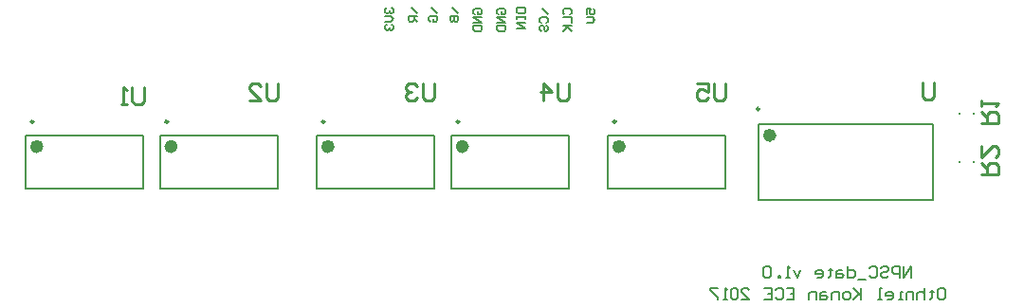
<source format=gbo>
G04 Layer_Color=32896*
%FSLAX42Y42*%
%MOMM*%
G71*
G01*
G75*
%ADD10C,0.25*%
%ADD28C,0.25*%
%ADD29C,0.60*%
%ADD30C,0.20*%
%ADD31C,0.15*%
D10*
X8690Y2112D02*
Y1985D01*
X8665Y1960D01*
X8614D01*
X8588Y1985D01*
Y2112D01*
X6827Y2101D02*
Y1974D01*
X6801Y1948D01*
X6750D01*
X6725Y1974D01*
Y2101D01*
X6573D02*
X6674D01*
Y2024D01*
X6623Y2050D01*
X6598D01*
X6573Y2024D01*
Y1974D01*
X6598Y1948D01*
X6649D01*
X6674Y1974D01*
X5427Y2101D02*
Y1974D01*
X5402Y1948D01*
X5351D01*
X5325Y1974D01*
Y2101D01*
X5199Y1948D02*
Y2101D01*
X5275Y2024D01*
X5173D01*
X4226Y2100D02*
Y1973D01*
X4201Y1948D01*
X4150D01*
X4125Y1973D01*
Y2100D01*
X4074Y2075D02*
X4049Y2100D01*
X3998D01*
X3972Y2075D01*
Y2049D01*
X3998Y2024D01*
X4023D01*
X3998D01*
X3972Y1999D01*
Y1973D01*
X3998Y1948D01*
X4049D01*
X4074Y1973D01*
X2826Y2101D02*
Y1974D01*
X2801Y1948D01*
X2750D01*
X2725Y1974D01*
Y2101D01*
X2572Y1948D02*
X2674D01*
X2572Y2050D01*
Y2075D01*
X2598Y2101D01*
X2648D01*
X2674Y2075D01*
X1630Y2072D02*
Y1945D01*
X1605Y1920D01*
X1554D01*
X1528Y1945D01*
Y2072D01*
X1478Y1920D02*
X1427D01*
X1452D01*
Y2072D01*
X1478Y2047D01*
X9110Y1290D02*
X9262D01*
Y1366D01*
X9237Y1392D01*
X9186D01*
X9161Y1366D01*
Y1290D01*
Y1341D02*
X9110Y1392D01*
Y1544D02*
Y1442D01*
X9212Y1544D01*
X9237D01*
X9262Y1519D01*
Y1468D01*
X9237Y1442D01*
X9110Y1750D02*
X9262D01*
Y1826D01*
X9237Y1852D01*
X9186D01*
X9161Y1826D01*
Y1750D01*
Y1801D02*
X9110Y1852D01*
Y1902D02*
Y1953D01*
Y1928D01*
X9262D01*
X9237Y1902D01*
D28*
X647Y1762D02*
G03*
X647Y1762I-12J0D01*
G01*
X1847D02*
G03*
X1847Y1762I-12J0D01*
G01*
X3247D02*
G03*
X3247Y1762I-12J0D01*
G01*
X4447D02*
G03*
X4447Y1762I-12J0D01*
G01*
X5847D02*
G03*
X5847Y1762I-12J0D01*
G01*
X7129Y1875D02*
G03*
X7129Y1875I-12J0D01*
G01*
D29*
X705Y1540D02*
G03*
X705Y1540I-30J0D01*
G01*
X1905D02*
G03*
X1905Y1540I-30J0D01*
G01*
X3305D02*
G03*
X3305Y1540I-30J0D01*
G01*
X4505D02*
G03*
X4505Y1540I-30J0D01*
G01*
X5905D02*
G03*
X5905Y1540I-30J0D01*
G01*
X7250Y1640D02*
G03*
X7250Y1640I-30J0D01*
G01*
D30*
X575D02*
X1625D01*
X575Y1160D02*
X1625D01*
X575D02*
Y1640D01*
X1625Y1160D02*
Y1640D01*
X1775D02*
X2825D01*
X1775Y1160D02*
X2825D01*
X1775D02*
Y1640D01*
X2825Y1160D02*
Y1640D01*
X3175D02*
X4225D01*
X3175Y1160D02*
X4225D01*
X3175D02*
Y1640D01*
X4225Y1160D02*
Y1640D01*
X4375D02*
X5425D01*
X4375Y1160D02*
X5425D01*
X4375D02*
Y1640D01*
X5425Y1160D02*
Y1640D01*
X5775D02*
X6825D01*
X5775Y1160D02*
X6825D01*
X5775D02*
Y1640D01*
X6825Y1160D02*
Y1640D01*
X8680Y1060D02*
Y1740D01*
X7120Y1060D02*
Y1740D01*
Y1060D02*
X8680D01*
X7120Y1740D02*
X8680D01*
X9045Y1835D02*
Y1845D01*
X8915Y1835D02*
Y1845D01*
Y1400D02*
Y1410D01*
X9045Y1400D02*
Y1410D01*
X8738Y272D02*
X8771D01*
X8788Y256D01*
Y189D01*
X8771Y173D01*
X8738D01*
X8721Y189D01*
Y256D01*
X8738Y272D01*
X8671Y256D02*
Y239D01*
X8688D01*
X8654D01*
X8671D01*
Y189D01*
X8654Y173D01*
X8604Y272D02*
Y173D01*
Y222D01*
X8588Y239D01*
X8554D01*
X8538Y222D01*
Y173D01*
X8504D02*
Y239D01*
X8454D01*
X8438Y222D01*
Y173D01*
X8404D02*
X8371D01*
X8388D01*
Y239D01*
X8404D01*
X8271Y173D02*
X8304D01*
X8321Y189D01*
Y222D01*
X8304Y239D01*
X8271D01*
X8254Y222D01*
Y206D01*
X8321D01*
X8221Y173D02*
X8188D01*
X8204D01*
Y272D01*
X8221D01*
X8038D02*
Y173D01*
Y206D01*
X7971Y272D01*
X8021Y222D01*
X7971Y173D01*
X7921D02*
X7888D01*
X7871Y189D01*
Y222D01*
X7888Y239D01*
X7921D01*
X7938Y222D01*
Y189D01*
X7921Y173D01*
X7838D02*
Y239D01*
X7788D01*
X7771Y222D01*
Y173D01*
X7721Y239D02*
X7688D01*
X7671Y222D01*
Y173D01*
X7721D01*
X7738Y189D01*
X7721Y206D01*
X7671D01*
X7638Y173D02*
Y239D01*
X7588D01*
X7571Y222D01*
Y173D01*
X7371Y272D02*
X7438D01*
Y173D01*
X7371D01*
X7438Y222D02*
X7405D01*
X7271Y256D02*
X7288Y272D01*
X7321D01*
X7338Y256D01*
Y189D01*
X7321Y173D01*
X7288D01*
X7271Y189D01*
X7171Y272D02*
X7238D01*
Y173D01*
X7171D01*
X7238Y222D02*
X7205D01*
X6971Y173D02*
X7038D01*
X6971Y239D01*
Y256D01*
X6988Y272D01*
X7021D01*
X7038Y256D01*
X6938D02*
X6921Y272D01*
X6888D01*
X6871Y256D01*
Y189D01*
X6888Y173D01*
X6921D01*
X6938Y189D01*
Y256D01*
X6838Y173D02*
X6805D01*
X6821D01*
Y272D01*
X6838Y256D01*
X6755Y272D02*
X6688D01*
Y256D01*
X6755Y189D01*
Y173D01*
X8480Y370D02*
Y470D01*
X8413Y370D01*
Y470D01*
X8380Y370D02*
Y470D01*
X8330D01*
X8313Y453D01*
Y420D01*
X8330Y403D01*
X8380D01*
X8213Y453D02*
X8230Y470D01*
X8263D01*
X8280Y453D01*
Y437D01*
X8263Y420D01*
X8230D01*
X8213Y403D01*
Y387D01*
X8230Y370D01*
X8263D01*
X8280Y387D01*
X8113Y453D02*
X8130Y470D01*
X8163D01*
X8180Y453D01*
Y387D01*
X8163Y370D01*
X8130D01*
X8113Y387D01*
X8080Y353D02*
X8013D01*
X7914Y470D02*
Y370D01*
X7964D01*
X7980Y387D01*
Y420D01*
X7964Y437D01*
X7914D01*
X7864D02*
X7830D01*
X7814Y420D01*
Y370D01*
X7864D01*
X7880Y387D01*
X7864Y403D01*
X7814D01*
X7764Y453D02*
Y437D01*
X7780D01*
X7747D01*
X7764D01*
Y387D01*
X7747Y370D01*
X7647D02*
X7680D01*
X7697Y387D01*
Y420D01*
X7680Y437D01*
X7647D01*
X7630Y420D01*
Y403D01*
X7697D01*
X7497Y437D02*
X7464Y370D01*
X7430Y437D01*
X7397Y370D02*
X7364D01*
X7380D01*
Y470D01*
X7397Y453D01*
X7314Y370D02*
Y387D01*
X7297D01*
Y370D01*
X7314D01*
X7230Y453D02*
X7214Y470D01*
X7180D01*
X7164Y453D01*
Y387D01*
X7180Y370D01*
X7214D01*
X7230Y387D01*
Y453D01*
D31*
X5388Y2720D02*
X5375Y2733D01*
Y2758D01*
X5388Y2770D01*
X5438D01*
X5450Y2758D01*
Y2733D01*
X5438Y2720D01*
X5375Y2695D02*
X5450D01*
Y2645D01*
X5375Y2620D02*
X5450D01*
X5425D01*
X5375Y2570D01*
X5413Y2608D01*
X5450Y2570D01*
X5240Y2720D02*
X5190Y2770D01*
X5178Y2645D02*
X5165Y2658D01*
Y2683D01*
X5178Y2695D01*
X5228D01*
X5240Y2683D01*
Y2658D01*
X5228Y2645D01*
X5178Y2570D02*
X5165Y2583D01*
Y2608D01*
X5178Y2620D01*
X5190D01*
X5203Y2608D01*
Y2583D01*
X5215Y2570D01*
X5228D01*
X5240Y2583D01*
Y2608D01*
X5228Y2620D01*
X4965Y2780D02*
X5040D01*
Y2743D01*
X5028Y2730D01*
X4978D01*
X4965Y2743D01*
Y2780D01*
Y2705D02*
Y2680D01*
Y2693D01*
X5040D01*
Y2705D01*
Y2680D01*
Y2643D02*
X4965D01*
X5040Y2593D01*
X4965D01*
X5585Y2720D02*
Y2770D01*
X5623D01*
X5610Y2745D01*
Y2733D01*
X5623Y2720D01*
X5648D01*
X5660Y2733D01*
Y2758D01*
X5648Y2770D01*
X5585Y2695D02*
X5635D01*
X5660Y2670D01*
X5635Y2645D01*
X5585D01*
X4798Y2720D02*
X4785Y2733D01*
Y2758D01*
X4798Y2770D01*
X4848D01*
X4860Y2758D01*
Y2733D01*
X4848Y2720D01*
X4823D01*
Y2745D01*
X4860Y2695D02*
X4785D01*
X4860Y2645D01*
X4785D01*
Y2620D02*
X4860D01*
Y2583D01*
X4848Y2570D01*
X4798D01*
X4785Y2583D01*
Y2620D01*
X4440Y2730D02*
X4390Y2780D01*
X4365Y2705D02*
X4440D01*
Y2668D01*
X4428Y2655D01*
X4415D01*
X4403Y2668D01*
Y2705D01*
Y2668D01*
X4390Y2655D01*
X4378D01*
X4365Y2668D01*
Y2705D01*
X4250Y2730D02*
X4200Y2780D01*
X4188Y2655D02*
X4175Y2668D01*
Y2693D01*
X4188Y2705D01*
X4238D01*
X4250Y2693D01*
Y2668D01*
X4238Y2655D01*
X4213D01*
Y2680D01*
X4070Y2730D02*
X4020Y2780D01*
X4070Y2705D02*
X3995D01*
Y2668D01*
X4008Y2655D01*
X4033D01*
X4045Y2668D01*
Y2705D01*
Y2680D02*
X4070Y2655D01*
X4588Y2720D02*
X4575Y2733D01*
Y2758D01*
X4588Y2770D01*
X4638D01*
X4650Y2758D01*
Y2733D01*
X4638Y2720D01*
X4613D01*
Y2745D01*
X4650Y2695D02*
X4575D01*
X4650Y2645D01*
X4575D01*
Y2620D02*
X4650D01*
Y2583D01*
X4638Y2570D01*
X4588D01*
X4575Y2583D01*
Y2620D01*
X3798Y2780D02*
X3785Y2768D01*
Y2743D01*
X3798Y2730D01*
X3810D01*
X3823Y2743D01*
Y2755D01*
Y2743D01*
X3835Y2730D01*
X3848D01*
X3860Y2743D01*
Y2768D01*
X3848Y2780D01*
X3785Y2705D02*
X3835D01*
X3860Y2680D01*
X3835Y2655D01*
X3785D01*
X3798Y2630D02*
X3785Y2618D01*
Y2593D01*
X3798Y2580D01*
X3810D01*
X3823Y2593D01*
Y2605D01*
Y2593D01*
X3835Y2580D01*
X3848D01*
X3860Y2593D01*
Y2618D01*
X3848Y2630D01*
M02*

</source>
